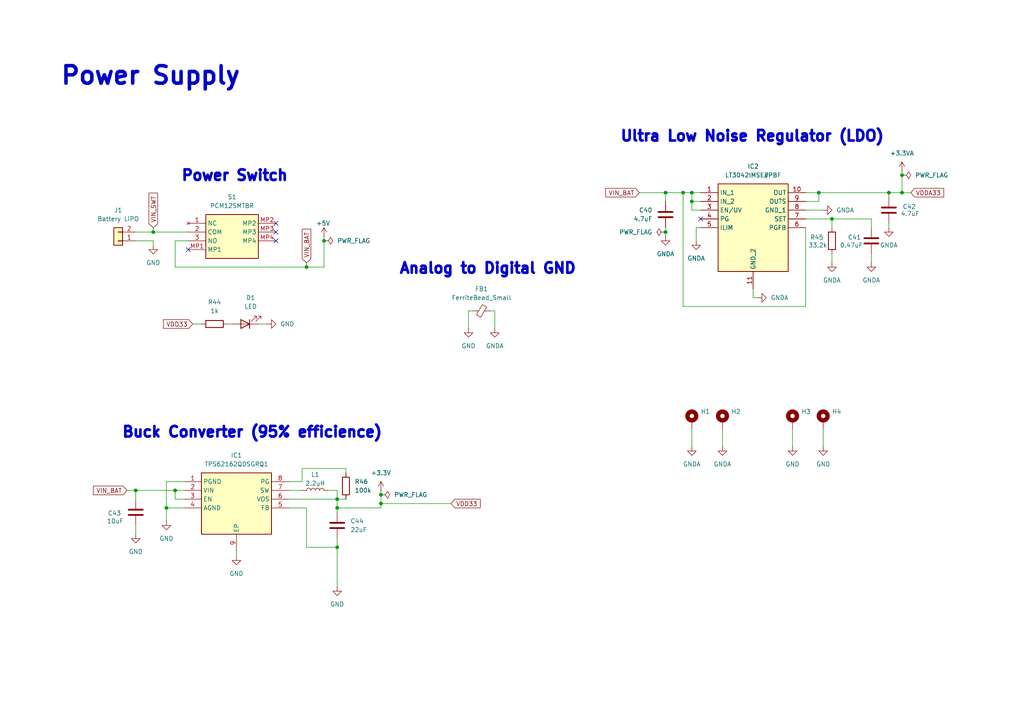
<source format=kicad_sch>
(kicad_sch (version 20231120) (generator "eeschema") (generator_version "8.0")
  (paper "A4")
  (lib_symbols
    (symbol "Connector_Generic:Conn_01x02" (pin_names (offset 1.016) hide)
      (property "Reference" "J" (at 0 2.54 0))
      (property "Value" "Conn_01x02" (at 0 -5.08 0))
      (symbol "Conn_01x02_1_1"
        (rectangle (start -1.27 -2.413) (end 0 -2.667) (stroke (width 0.1524)))
        (rectangle (start -1.27 0.127) (end 0 -0.127) (stroke (width 0.1524)))
        (rectangle (start -1.27 1.27) (end 1.27 -3.81) (stroke (width 0.254)) (fill (type background)))
        (pin passive line (at -5.08 0 0) (length 3.81) (name "Pin_1") (number "1"))
        (pin passive line (at -5.08 -2.54 0) (length 3.81) (name "Pin_2") (number "2"))
      )
    )
    (symbol "Device:C" (pin_numbers hide) (pin_names (offset 0.254))
      (property "Reference" "C" (at 0.635 2.54 0))
      (property "Value" "C" (at 0.635 -2.54 0))
      (symbol "C_0_1"
        (polyline (pts (xy -2.032 -0.762) (xy 2.032 -0.762)) (stroke (width 0.508)))
        (polyline (pts (xy -2.032 0.762) (xy 2.032 0.762)) (stroke (width 0.508)))
      )
      (symbol "C_1_1"
        (pin passive line (at 0 3.81 270) (length 2.794) (name "~") (number "1"))
        (pin passive line (at 0 -3.81 90) (length 2.794) (name "~") (number "2"))
      )
    )
    (symbol "Device:FerriteBead_Small" (pin_numbers hide) (pin_names (offset 0))
      (property "Reference" "FB" (at 1.905 1.27 0))
      (property "Value" "FerriteBead_Small" (at 1.905 -1.27 0))
      (symbol "FerriteBead_Small_0_1"
        (polyline (pts (xy 0 -1.27) (xy 0 -0.7874)))
        (polyline (pts (xy 0 0.889) (xy 0 1.2954)))
        (polyline (pts (xy -1.8288 0.2794) (xy -1.1176 1.4986) (xy 1.8288 -0.2032) (xy 1.1176 -1.4224) (xy -1.8288 0.2794)))
      )
      (symbol "FerriteBead_Small_1_1"
        (pin passive line (at 0 2.54 270) (length 1.27) (name "~") (number "1"))
        (pin passive line (at 0 -2.54 90) (length 1.27) (name "~") (number "2"))
      )
    )
    (symbol "Device:L" (pin_numbers hide) (pin_names (offset 1.016) hide)
      (property "Reference" "L" (at -1.27 0 90))
      (property "Value" "L" (at 1.905 0 90))
      (symbol "L_0_1"
        (arc (start 0 -2.54) (mid 0.6323 -1.905) (end 0 -1.27))
        (arc (start 0 -1.27) (mid 0.6323 -0.635) (end 0 0))
        (arc (start 0 0) (mid 0.6323 0.635) (end 0 1.27))
        (arc (start 0 1.27) (mid 0.6323 1.905) (end 0 2.54))
      )
      (symbol "L_1_1"
        (pin passive line (at 0 3.81 270) (length 1.27) (name "1") (number "1"))
        (pin passive line (at 0 -3.81 90) (length 1.27) (name "2") (number "2"))
      )
    )
    (symbol "Device:LED" (pin_numbers hide) (pin_names (offset 1.016) hide)
      (property "Reference" "D" (at 0 2.54 0))
      (property "Value" "LED" (at 0 -2.54 0))
      (symbol "LED_0_1"
        (polyline (pts (xy -1.27 -1.27) (xy -1.27 1.27)) (stroke (width 0.254)))
        (polyline (pts (xy -1.27 0) (xy 1.27 0)))
        (polyline (pts (xy 1.27 -1.27) (xy 1.27 1.27) (xy -1.27 0) (xy 1.27 -1.27)) (stroke (width 0.254)))
        (polyline (pts (xy -3.048 -0.762) (xy -4.572 -2.286) (xy -3.81 -2.286) (xy -4.572 -2.286) (xy -4.572 -1.524)))
        (polyline (pts (xy -1.778 -0.762) (xy -3.302 -2.286) (xy -2.54 -2.286) (xy -3.302 -2.286) (xy -3.302 -1.524)))
      )
      (symbol "LED_1_1"
        (pin passive line (at -3.81 0 0) (length 2.54) (name "K") (number "1"))
        (pin passive line (at 3.81 0 180) (length 2.54) (name "A") (number "2"))
      )
    )
    (symbol "Device:R" (pin_numbers hide) (pin_names (offset 0))
      (property "Reference" "R" (at 2.032 0 90))
      (property "Value" "R" (at 0 0 90))
      (symbol "R_0_1"
        (rectangle (start -1.016 -2.54) (end 1.016 2.54) (stroke (width 0.254)))
      )
      (symbol "R_1_1"
        (pin passive line (at 0 3.81 270) (length 1.27) (name "~") (number "1"))
        (pin passive line (at 0 -3.81 90) (length 1.27) (name "~") (number "2"))
      )
    )
    (symbol "LT3042IMSE#PBF:LT3042IMSE#PBF"
      (property "Reference" "IC" (at 26.67 7.62 0))
      (property "Value" "LT3042IMSE#PBF" (at 26.67 5.08 0))
      (symbol "LT3042IMSE#PBF_1_1"
        (rectangle (start 5.08 2.54) (end 25.4 -22.86) (stroke (width 0.254)) (fill (type background)))
        (pin passive line (at 0 0 0) (length 5.08) (name "IN_1") (number "1"))
        (pin passive line (at 30.48 0 180) (length 5.08) (name "OUT") (number "10"))
        (pin passive line (at 15.24 -27.94 90) (length 5.08) (name "GND_2") (number "11"))
        (pin passive line (at 0 -2.54 0) (length 5.08) (name "IN_2") (number "2"))
        (pin passive line (at 0 -5.08 0) (length 5.08) (name "EN/UV") (number "3"))
        (pin passive line (at 0 -7.62 0) (length 5.08) (name "PG") (number "4"))
        (pin passive line (at 0 -10.16 0) (length 5.08) (name "ILIM") (number "5"))
        (pin passive line (at 30.48 -10.16 180) (length 5.08) (name "PGFB") (number "6"))
        (pin passive line (at 30.48 -7.62 180) (length 5.08) (name "SET") (number "7"))
        (pin passive line (at 30.48 -5.08 180) (length 5.08) (name "GND_1") (number "8"))
        (pin passive line (at 30.48 -2.54 180) (length 5.08) (name "OUTS") (number "9"))
      )
    )
    (symbol "Mechanical:MountingHole_Pad" (pin_numbers hide) (pin_names (offset 1.016) hide) (exclude_from_sim yes) (in_bom no)
      (property "Reference" "H" (at 0 6.35 0))
      (property "Value" "MountingHole_Pad" (at 0 4.445 0))
      (symbol "MountingHole_Pad_0_1"
        (circle (center 0 1.27) (radius 1.27) (stroke (width 1.27)))
      )
      (symbol "MountingHole_Pad_1_1"
        (pin input line (at 0 -2.54 90) (length 2.54) (name "1") (number "1"))
      )
    )
    (symbol "PCM12SMTBR:PCM12SMTBR"
      (property "Reference" "S" (at 21.59 7.62 0))
      (property "Value" "PCM12SMTBR" (at 21.59 5.08 0))
      (symbol "PCM12SMTBR_1_1"
        (rectangle (start 5.08 2.54) (end 20.32 -10.16) (stroke (width 0.254)) (fill (type background)))
        (pin no_connect line (at 0 0 0) (length 5.08) (name "NC") (number "1"))
        (pin passive line (at 0 -2.54 0) (length 5.08) (name "COM") (number "2"))
        (pin passive line (at 0 -5.08 0) (length 5.08) (name "NO") (number "3"))
        (pin passive line (at 0 -7.62 0) (length 5.08) (name "MP1") (number "MP1"))
        (pin passive line (at 25.4 0 180) (length 5.08) (name "MP2") (number "MP2"))
        (pin passive line (at 25.4 -2.54 180) (length 5.08) (name "MP3") (number "MP3"))
        (pin passive line (at 25.4 -5.08 180) (length 5.08) (name "MP4") (number "MP4"))
      )
    )
    (symbol "TPS62162QDSGRQ1:TPS62162QDSGRQ1"
      (property "Reference" "IC" (at 26.67 7.62 0))
      (property "Value" "TPS62162QDSGRQ1" (at 26.67 5.08 0))
      (symbol "TPS62162QDSGRQ1_1_1"
        (rectangle (start 5.08 2.54) (end 25.4 -15.24) (stroke (width 0.254)) (fill (type background)))
        (pin passive line (at 0 0 0) (length 5.08) (name "PGND") (number "1"))
        (pin passive line (at 0 -2.54 0) (length 5.08) (name "VIN") (number "2"))
        (pin passive line (at 0 -5.08 0) (length 5.08) (name "EN") (number "3"))
        (pin passive line (at 0 -7.62 0) (length 5.08) (name "AGND") (number "4"))
        (pin passive line (at 30.48 -7.62 180) (length 5.08) (name "FB") (number "5"))
        (pin passive line (at 30.48 -5.08 180) (length 5.08) (name "VOS") (number "6"))
        (pin passive line (at 30.48 -2.54 180) (length 5.08) (name "SW") (number "7"))
        (pin passive line (at 30.48 0 180) (length 5.08) (name "PG") (number "8"))
        (pin passive line (at 15.24 -20.32 90) (length 5.08) (name "EP") (number "9"))
      )
    )
    (symbol "power:+3.3V" (power) (pin_numbers hide) (pin_names (offset 0) hide)
      (property "Value" "+3.3V" (at 0 3.556 0))
      (symbol "+3.3V_0_1"
        (polyline (pts (xy -0.762 1.27) (xy 0 2.54)))
        (polyline (pts (xy 0 0) (xy 0 2.54)))
        (polyline (pts (xy 0 2.54) (xy 0.762 1.27)))
      )
      (symbol "+3.3V_1_1"
        (pin power_in line (at 0 0 90) (length 0) (name "~") (number "1"))
      )
    )
    (symbol "power:+3.3VA" (power) (pin_numbers hide) (pin_names (offset 0) hide)
      (property "Value" "+3.3VA" (at 0 3.556 0))
      (symbol "+3.3VA_0_1"
        (polyline (pts (xy -0.762 1.27) (xy 0 2.54)))
        (polyline (pts (xy 0 0) (xy 0 2.54)))
        (polyline (pts (xy 0 2.54) (xy 0.762 1.27)))
      )
      (symbol "+3.3VA_1_1"
        (pin power_in line (at 0 0 90) (length 0) (name "~") (number "1"))
      )
    )
    (symbol "power:+5V" (power) (pin_numbers hide) (pin_names (offset 0) hide)
      (property "Value" "+5V" (at 0 3.556 0))
      (symbol "+5V_0_1"
        (polyline (pts (xy -0.762 1.27) (xy 0 2.54)))
        (polyline (pts (xy 0 0) (xy 0 2.54)))
        (polyline (pts (xy 0 2.54) (xy 0.762 1.27)))
      )
      (symbol "+5V_1_1"
        (pin power_in line (at 0 0 90) (length 0) (name "~") (number "1"))
      )
    )
    (symbol "power:GND" (power) (pin_numbers hide) (pin_names (offset 0) hide)
      (property "Value" "GND" (at 0 -3.81 0))
      (symbol "GND_0_1"
        (polyline (pts (xy 0 0) (xy 0 -1.27) (xy 1.27 -1.27) (xy 0 -2.54) (xy -1.27 -1.27) (xy 0 -1.27)))
      )
      (symbol "GND_1_1"
        (pin power_in line (at 0 0 270) (length 0) (name "~") (number "1"))
      )
    )
    (symbol "power:GNDA" (power) (pin_numbers hide) (pin_names (offset 0) hide)
      (property "Value" "GNDA" (at 0 -3.81 0))
      (symbol "GNDA_0_1"
        (polyline (pts (xy 0 0) (xy 0 -1.27) (xy 1.27 -1.27) (xy 0 -2.54) (xy -1.27 -1.27) (xy 0 -1.27)))
      )
      (symbol "GNDA_1_1"
        (pin power_in line (at 0 0 270) (length 0) (name "~") (number "1"))
      )
    )
    (symbol "power:PWR_FLAG" (power) (pin_numbers hide) (pin_names (offset 0) hide)
      (property "Value" "PWR_FLAG" (at 0 3.81 0))
      (symbol "PWR_FLAG_0_0"
        (pin power_out line (at 0 0 90) (length 0) (name "~") (number "1"))
      )
      (symbol "PWR_FLAG_0_1"
        (polyline (pts (xy 0 0) (xy 0 1.27) (xy -1.016 1.905) (xy 0 2.54) (xy 1.016 1.905) (xy 0 1.27)))
      )
    )
  )
  (junction (at 200.66 55.88))
  (junction (at 39.37 142.24))
  (junction (at 200.66 58.42))
  (junction (at 97.79 144.78))
  (junction (at 50.8 142.24))
  (junction (at 237.49 55.88))
  (junction (at 261.62 55.88))
  (junction (at 48.26 147.32))
  (junction (at 261.62 50.8))
  (junction (at 93.98 69.85))
  (junction (at 241.3 63.5))
  (junction (at 193.04 67.31))
  (junction (at 97.79 158.75))
  (junction (at 44.45 67.31))
  (junction (at 97.79 147.32))
  (junction (at 110.49 146.05))
  (junction (at 198.12 55.88))
  (junction (at 193.04 55.88))
  (junction (at 110.49 143.51))
  (junction (at 88.9 77.47))
  (junction (at 257.81 55.88))
  (no_connect (at 54.61 72.39))
  (no_connect (at 80.01 64.77))
  (no_connect (at 203.2 63.5))
  (no_connect (at 80.01 67.31))
  (no_connect (at 80.01 69.85))
  (wire (pts (xy 110.49 146.05) (xy 130.81 146.05)))
  (wire (pts (xy 241.3 73.66) (xy 241.3 76.2)))
  (wire (pts (xy 39.37 142.24) (xy 50.8 142.24)))
  (wire (pts (xy 100.33 135.89) (xy 100.33 137.16)))
  (wire (pts (xy 97.79 147.32) (xy 110.49 147.32)))
  (wire (pts (xy 233.68 63.5) (xy 241.3 63.5)))
  (wire (pts (xy 68.58 160.02) (xy 68.58 161.29)))
  (wire (pts (xy 87.63 135.89) (xy 100.33 135.89)))
  (wire (pts (xy 143.51 90.17) (xy 142.24 90.17)))
  (wire (pts (xy 44.45 69.85) (xy 39.37 69.85)))
  (wire (pts (xy 97.79 144.78) (xy 100.33 144.78)))
  (wire (pts (xy 200.66 60.96) (xy 200.66 58.42)))
  (wire (pts (xy 83.82 144.78) (xy 97.79 144.78)))
  (wire (pts (xy 193.04 55.88) (xy 198.12 55.88)))
  (wire (pts (xy 48.26 147.32) (xy 48.26 151.13)))
  (wire (pts (xy 261.62 55.88) (xy 264.16 55.88)))
  (wire (pts (xy 88.9 147.32) (xy 88.9 158.75)))
  (wire (pts (xy 143.51 95.25) (xy 143.51 90.17)))
  (wire (pts (xy 201.93 69.85) (xy 201.93 66.04)))
  (wire (pts (xy 257.81 55.88) (xy 257.81 57.15)))
  (wire (pts (xy 53.34 139.7) (xy 48.26 139.7)))
  (wire (pts (xy 93.98 69.85) (xy 93.98 77.47)))
  (wire (pts (xy 48.26 147.32) (xy 53.34 147.32)))
  (wire (pts (xy 110.49 142.24) (xy 110.49 143.51)))
  (wire (pts (xy 200.66 55.88) (xy 203.2 55.88)))
  (wire (pts (xy 50.8 69.85) (xy 50.8 77.47)))
  (wire (pts (xy 201.93 66.04) (xy 203.2 66.04)))
  (wire (pts (xy 88.9 76.2) (xy 88.9 77.47)))
  (wire (pts (xy 198.12 55.88) (xy 200.66 55.88)))
  (wire (pts (xy 193.04 66.04) (xy 193.04 67.31)))
  (wire (pts (xy 97.79 147.32) (xy 97.79 148.59)))
  (wire (pts (xy 241.3 63.5) (xy 241.3 66.04)))
  (wire (pts (xy 237.49 55.88) (xy 257.81 55.88)))
  (wire (pts (xy 261.62 49.53) (xy 261.62 50.8)))
  (wire (pts (xy 200.66 58.42) (xy 203.2 58.42)))
  (wire (pts (xy 87.63 139.7) (xy 87.63 135.89)))
  (wire (pts (xy 198.12 88.9) (xy 198.12 55.88)))
  (wire (pts (xy 44.45 71.12) (xy 44.45 69.85)))
  (wire (pts (xy 97.79 158.75) (xy 97.79 170.18)))
  (wire (pts (xy 185.42 55.88) (xy 193.04 55.88)))
  (wire (pts (xy 241.3 63.5) (xy 252.73 63.5)))
  (wire (pts (xy 233.68 66.04) (xy 233.68 88.9)))
  (wire (pts (xy 209.55 129.54) (xy 209.55 124.46)))
  (wire (pts (xy 39.37 152.4) (xy 39.37 154.94)))
  (wire (pts (xy 219.71 86.36) (xy 218.44 86.36)))
  (wire (pts (xy 48.26 139.7) (xy 48.26 147.32)))
  (wire (pts (xy 233.68 60.96) (xy 238.76 60.96)))
  (wire (pts (xy 233.68 88.9) (xy 198.12 88.9)))
  (wire (pts (xy 135.89 90.17) (xy 137.16 90.17)))
  (wire (pts (xy 237.49 55.88) (xy 233.68 55.88)))
  (wire (pts (xy 77.47 93.98) (xy 74.93 93.98)))
  (wire (pts (xy 97.79 158.75) (xy 97.79 156.21)))
  (wire (pts (xy 110.49 146.05) (xy 110.49 147.32)))
  (wire (pts (xy 50.8 144.78) (xy 50.8 142.24)))
  (wire (pts (xy 83.82 142.24) (xy 87.63 142.24)))
  (wire (pts (xy 110.49 143.51) (xy 110.49 146.05)))
  (wire (pts (xy 238.76 129.54) (xy 238.76 124.46)))
  (wire (pts (xy 53.34 144.78) (xy 50.8 144.78)))
  (wire (pts (xy 39.37 144.78) (xy 39.37 142.24)))
  (wire (pts (xy 66.04 93.98) (xy 67.31 93.98)))
  (wire (pts (xy 88.9 158.75) (xy 97.79 158.75)))
  (wire (pts (xy 54.61 69.85) (xy 50.8 69.85)))
  (wire (pts (xy 203.2 60.96) (xy 200.66 60.96)))
  (wire (pts (xy 44.45 66.04) (xy 44.45 67.31)))
  (wire (pts (xy 200.66 58.42) (xy 200.66 55.88)))
  (wire (pts (xy 237.49 55.88) (xy 237.49 58.42)))
  (wire (pts (xy 50.8 77.47) (xy 88.9 77.47)))
  (wire (pts (xy 193.04 58.42) (xy 193.04 55.88)))
  (wire (pts (xy 233.68 58.42) (xy 237.49 58.42)))
  (wire (pts (xy 44.45 67.31) (xy 54.61 67.31)))
  (wire (pts (xy 252.73 66.04) (xy 252.73 63.5)))
  (wire (pts (xy 83.82 139.7) (xy 87.63 139.7)))
  (wire (pts (xy 55.88 93.98) (xy 58.42 93.98)))
  (wire (pts (xy 93.98 68.58) (xy 93.98 69.85)))
  (wire (pts (xy 95.25 142.24) (xy 97.79 142.24)))
  (wire (pts (xy 97.79 144.78) (xy 97.79 147.32)))
  (wire (pts (xy 83.82 147.32) (xy 88.9 147.32)))
  (wire (pts (xy 88.9 77.47) (xy 93.98 77.47)))
  (wire (pts (xy 257.81 55.88) (xy 261.62 55.88)))
  (wire (pts (xy 218.44 86.36) (xy 218.44 83.82)))
  (wire (pts (xy 36.83 142.24) (xy 39.37 142.24)))
  (wire (pts (xy 50.8 142.24) (xy 53.34 142.24)))
  (wire (pts (xy 200.66 124.46) (xy 200.66 129.54)))
  (wire (pts (xy 97.79 142.24) (xy 97.79 144.78)))
  (wire (pts (xy 261.62 50.8) (xy 261.62 55.88)))
  (wire (pts (xy 257.81 64.77) (xy 257.81 66.04)))
  (wire (pts (xy 39.37 67.31) (xy 44.45 67.31)))
  (wire (pts (xy 135.89 95.25) (xy 135.89 90.17)))
  (wire (pts (xy 252.73 73.66) (xy 252.73 76.2)))
  (wire (pts (xy 229.87 129.54) (xy 229.87 124.46)))
  (wire (pts (xy 193.04 67.31) (xy 193.04 68.58)))
  (text "Power Supply\n\n" (at 43.688 26.162 0) (effects (font (size 5.08 5.08) (thickness 1.016) (bold yes))))
  (text "Buck Converter (95% efficience)\n" (at 73.152 125.476 0) (effects (font (size 3.048 3.048) (thickness 1.016) (bold yes))))
  (text "Power Switch" (at 68.072 51.054 0) (effects (font (size 3.048 3.048) (thickness 1.016) (bold yes))))
  (text "Analog to Digital GND\n" (at 141.478 77.978 0) (effects (font (size 3.048 3.048) (thickness 1.016) (bold yes))))
  (text "Ultra Low Noise Regulator (LDO)\n" (at 218.186 39.624 0) (effects (font (size 3.048 3.048) (thickness 1.016) (bold yes))))
  (global_label "VIN_BAT" (shape input) (at 36.83 142.24 180) (property "Intersheetrefs" "${INTERSHEET_REFS}" (effects (hide yes))))
  (global_label "VIN_SWT" (shape input) (at 44.45 66.04 90) (property "Intersheetrefs" "${INTERSHEET_REFS}" (effects (hide yes))))
  (global_label "VDD33" (shape input) (at 130.81 146.05 0) (property "Intersheetrefs" "${INTERSHEET_REFS}" (effects (hide yes))))
  (global_label "VIN_BAT" (shape input) (at 185.42 55.88 180) (property "Intersheetrefs" "${INTERSHEET_REFS}" (effects (hide yes))))
  (global_label "VDD33" (shape input) (at 55.88 93.98 180) (property "Intersheetrefs" "${INTERSHEET_REFS}" (effects (hide yes))))
  (global_label "VDDA33" (shape input) (at 264.16 55.88 0) (property "Intersheetrefs" "${INTERSHEET_REFS}" (effects (hide yes))))
  (global_label "VIN_BAT" (shape input) (at 88.9 76.2 90) (property "Intersheetrefs" "${INTERSHEET_REFS}" (effects (hide yes))))
  (symbol (lib_id "power:GND") (at 44.45 71.12 0) (unit 1)
    (property "Reference" "#PWR6" (effects (hide yes)))
    (property "Value" "GND" (at 44.45 76.2 0))
    (property "Description" "Power symbol creates a global label with name \"GND\" , ground" (effects (hide yes)))
  )
  (symbol (lib_id "Device:C") (at 193.04 62.23 0) (unit 1)
    (property "Reference" "C40" (at 189.23 60.9599 0) (effects (justify right)))
    (property "Value" "4.7uF" (at 189.23 63.4999 0) (effects (justify right)))
    (property "Footprint" "Capacitor_SMD:C_0603_1608Metric" (effects (hide yes)))
    (property "Description" "Unpolarized capacitor" (effects (hide yes)))
  )
  (symbol (lib_id "power:GNDA") (at 209.55 129.54 0) (unit 1)
    (property "Reference" "#PWR43" (effects (hide yes)))
    (property "Value" "GNDA" (at 209.55 134.62 0))
    (property "Description" "Power symbol creates a global label with name \"GNDA\" , analog ground" (effects (hide yes)))
  )
  (symbol (lib_id "power:GNDA") (at 143.51 95.25 0) (unit 1)
    (property "Reference" "#PWR95" (effects (hide yes)))
    (property "Value" "GNDA" (at 143.51 100.33 0))
    (property "Description" "Power symbol creates a global label with name \"GNDA\" , analog ground" (effects (hide yes)))
  )
  (symbol (lib_id "power:GND") (at 77.47 93.98 90) (unit 1)
    (property "Reference" "#PWR96" (effects (hide yes)))
    (property "Value" "GND" (at 81.28 93.9799 90) (effects (justify right)))
    (property "Description" "Power symbol creates a global label with name \"GND\" , ground" (effects (hide yes)))
  )
  (symbol (lib_id "Device:LED") (at 71.12 93.98 180) (unit 1)
    (property "Reference" "D1" (at 72.7075 86.36 0))
    (property "Value" "LED" (at 72.7075 88.9 0))
    (property "Footprint" "LED_SMD:LED_0402_1005Metric" (effects (hide yes)))
    (property "Description" "Light emitting diode" (effects (hide yes)))
  )
  (symbol (lib_id "power:GNDA") (at 200.66 129.54 0) (unit 1)
    (property "Reference" "#PWR38" (effects (hide yes)))
    (property "Value" "GNDA" (at 200.66 134.62 0))
    (property "Description" "Power symbol creates a global label with name \"GNDA\" , analog ground" (effects (hide yes)))
  )
  (symbol (lib_id "power:GND") (at 135.89 95.25 0) (unit 1)
    (property "Reference" "#PWR94" (effects (hide yes)))
    (property "Value" "GND" (at 135.89 100.33 0))
    (property "Description" "Power symbol creates a global label with name \"GND\" , ground" (effects (hide yes)))
  )
  (symbol (lib_id "Device:C") (at 97.79 152.4 0) (unit 1)
    (property "Reference" "C44" (at 101.6 151.1299 0) (effects (justify left)))
    (property "Value" "22uF" (at 101.6 153.6699 0) (effects (justify left)))
    (property "Footprint" "Capacitor_SMD:C_0603_1608Metric" (effects (hide yes)))
    (property "Description" "Unpolarized capacitor" (effects (hide yes)))
  )
  (symbol (lib_id "LT3042IMSE#PBF:LT3042IMSE#PBF") (at 203.2 55.88 0) (unit 1)
    (property "Reference" "IC2" (at 218.44 48.26 0))
    (property "Value" "LT3042IMSE#PBF" (at 218.44 50.8 0))
    (property "Footprint" "lt3042:SOP50P490X110-11N" (effects (hide yes)))
    (property "Datasheet" "https://www.analog.com/media/en/technical-documentation/data-sheets/3042fb.pdf" (effects (hide yes)))
    (property "Description" "LINEAR TECHNOLOGY - LT3042IMSE#PBF - LDO, ADJ, 0.2A, 0V-15V, MSOP-10" (effects (hide yes)))
    (property "Height" "1.1" (effects (hide yes)))
    (property "Mouser Part Number" "584-LT3042IMSE#PBF" (effects (hide yes)))
    (property "Mouser Price/Stock" "https://www.mouser.co.uk/ProductDetail/Analog-Devices/LT3042IMSEPBF?qs=oahfZPh6IAKNLbWsEo0jgA%3D%3D" (effects (hide yes)))
    (property "Manufacturer_Name" "Analog Devices" (effects (hide yes)))
    (property "Manufacturer_Part_Number" "LT3042IMSE#PBF" (effects (hide yes)))
  )
  (symbol (lib_id "Device:R") (at 100.33 140.97 0) (unit 1)
    (property "Reference" "R46" (at 102.87 139.6999 0) (effects (justify left)))
    (property "Value" "100k" (at 102.87 142.2399 0) (effects (justify left)))
    (property "Footprint" "Resistor_SMD:R_0402_1005Metric" (effects (hide yes)))
    (property "Description" "Resistor" (effects (hide yes)))
  )
  (symbol (lib_id "power:GNDA") (at 241.3 76.2 0) (unit 1)
    (property "Reference" "#PWR67" (effects (hide yes)))
    (property "Value" "GNDA" (at 241.3 81.28 0))
    (property "Description" "Power symbol creates a global label with name \"GNDA\" , analog ground" (effects (hide yes)))
  )
  (symbol (lib_id "power:GNDA") (at 252.73 76.2 0) (unit 1)
    (property "Reference" "#PWR90" (effects (hide yes)))
    (property "Value" "GNDA" (at 252.73 81.28 0))
    (property "Description" "Power symbol creates a global label with name \"GNDA\" , analog ground" (effects (hide yes)))
  )
  (symbol (lib_id "power:GNDA") (at 238.76 60.96 90) (unit 1)
    (property "Reference" "#PWR55" (effects (hide yes)))
    (property "Value" "GNDA" (at 242.57 60.9599 90) (effects (justify right)))
    (property "Description" "Power symbol creates a global label with name \"GNDA\" , analog ground" (effects (hide yes)))
  )
  (symbol (lib_id "TPS62162QDSGRQ1:TPS62162QDSGRQ1") (at 53.34 139.7 0) (unit 1)
    (property "Reference" "IC1" (at 68.58 132.08 0))
    (property "Value" "TPS62162QDSGRQ1" (at 68.58 134.62 0))
    (property "Footprint" "tps62162:SON50P200X200X80-9N" (effects (hide yes)))
    (property "Datasheet" "http://www.ti.com/lit/gpn/tps62162-q1" (effects (hide yes)))
    (property "Description" "3V-17V 1A Automotive Step-Down Converters in 2x2SON" (effects (hide yes)))
    (property "Height" "0.8" (effects (hide yes)))
    (property "Mouser Part Number" "595-TPS62162QDSGRQ1" (effects (hide yes)))
    (property "Mouser Price/Stock" "https://www.mouser.co.uk/ProductDetail/Texas-Instruments/TPS62162QDSGRQ1?qs=0C8XhJW8e4rVLd1nKCarhQ%3D%3D" (effects (hide yes)))
    (property "Manufacturer_Name" "Texas Instruments" (effects (hide yes)))
    (property "Manufacturer_Part_Number" "TPS62162QDSGRQ1" (effects (hide yes)))
  )
  (symbol (lib_id "power:+3.3V") (at 110.49 142.24 0) (unit 1)
    (property "Reference" "#PWR92" (effects (hide yes)))
    (property "Value" "+3.3V" (at 110.49 137.16 0))
    (property "Description" "Power symbol creates a global label with name \"+3.3V\"" (effects (hide yes)))
  )
  (symbol (lib_id "Mechanical:MountingHole_Pad") (at 229.87 121.92 0) (unit 1) (exclude_from_sim yes) (in_bom no)
    (property "Reference" "H3" (at 232.41 119.3799 0) (effects (justify left)))
    (property "Value" "MountingHole_Pad" (effects (hide yes)))
    (property "Footprint" "MountingHole:MountingHole_2.2mm_M2_DIN965_Pad" (effects (hide yes)))
    (property "Description" "Mounting Hole with connection" (effects (hide yes)))
  )
  (symbol (lib_id "Device:R") (at 62.23 93.98 90) (unit 1)
    (property "Reference" "R44" (at 62.23 87.63 90))
    (property "Value" "1k" (at 62.23 90.17 90))
    (property "Footprint" "Resistor_SMD:R_0402_1005Metric" (effects (hide yes)))
    (property "Description" "Resistor" (effects (hide yes)))
  )
  (symbol (lib_id "power:GNDA") (at 201.93 69.85 0) (unit 1)
    (property "Reference" "#PWR7" (effects (hide yes)))
    (property "Value" "GNDA" (at 201.93 74.93 0))
    (property "Description" "Power symbol creates a global label with name \"GNDA\" , analog ground" (effects (hide yes)))
  )
  (symbol (lib_id "Mechanical:MountingHole_Pad") (at 200.66 121.92 0) (unit 1) (exclude_from_sim yes) (in_bom no)
    (property "Reference" "H1" (at 203.2 119.3799 0) (effects (justify left)))
    (property "Value" "MountingHole_Pad" (effects (hide yes)))
    (property "Footprint" "MountingHole:MountingHole_2.2mm_M2_DIN965_Pad" (effects (hide yes)))
    (property "Description" "Mounting Hole with connection" (effects (hide yes)))
  )
  (symbol (lib_id "Mechanical:MountingHole_Pad") (at 209.55 121.92 0) (unit 1) (exclude_from_sim yes) (in_bom no)
    (property "Reference" "H2" (at 212.09 119.3799 0) (effects (justify left)))
    (property "Value" "MountingHole_Pad" (effects (hide yes)))
    (property "Footprint" "MountingHole:MountingHole_2.2mm_M2_DIN965_Pad" (effects (hide yes)))
    (property "Description" "Mounting Hole with connection" (effects (hide yes)))
  )
  (symbol (lib_id "power:GNDA") (at 219.71 86.36 90) (unit 1)
    (property "Reference" "#PWR10" (effects (hide yes)))
    (property "Value" "GNDA" (at 223.52 86.3599 90) (effects (justify right)))
    (property "Description" "Power symbol creates a global label with name \"GNDA\" , analog ground" (effects (hide yes)))
  )
  (symbol (lib_id "PCM12SMTBR:PCM12SMTBR") (at 54.61 64.77 0) (unit 1)
    (property "Reference" "S1" (at 67.31 57.15 0))
    (property "Value" "PCM12SMTBR" (at 67.31 59.69 0))
    (property "Footprint" "sw_tactile:PCM12SMTBR" (effects (hide yes)))
    (property "Datasheet" "https://www.ckswitches.com/media/1424/pcm.pdf" (effects (hide yes)))
    (property "Description" "Slide Switch SPDT Surface Mount, Right Angle" (effects (hide yes)))
    (property "Height" "1.4" (effects (hide yes)))
    (property "Mouser Part Number" "611-PCM12SMTBR" (effects (hide yes)))
    (property "Mouser Price/Stock" "https://www.mouser.co.uk/ProductDetail/CK/PCM12SMTBR?qs=By6Nw2ByBD1OEOnWcdZb2g%3D%3D" (effects (hide yes)))
    (property "Manufacturer_Name" "C & K COMPONENTS" (effects (hide yes)))
    (property "Manufacturer_Part_Number" "PCM12SMTBR" (effects (hide yes)))
  )
  (symbol (lib_id "power:PWR_FLAG") (at 110.49 143.51 270) (unit 1)
    (property "Reference" "#FLG3" (effects (hide yes)))
    (property "Value" "PWR_FLAG" (at 114.3 143.5099 90) (effects (justify left)))
    (property "Description" "Special symbol for telling ERC where power comes from" (effects (hide yes)))
  )
  (symbol (lib_id "power:GND") (at 97.79 170.18 0) (unit 1)
    (property "Reference" "#PWR68" (effects (hide yes)))
    (property "Value" "GND" (at 97.79 175.26 0))
    (property "Description" "Power symbol creates a global label with name \"GND\" , ground" (effects (hide yes)))
  )
  (symbol (lib_id "power:+3.3VA") (at 261.62 49.53 0) (unit 1)
    (property "Reference" "#PWR93" (effects (hide yes)))
    (property "Value" "+3.3VA" (at 261.62 44.45 0))
    (property "Description" "Power symbol creates a global label with name \"+3.3VA\"" (effects (hide yes)))
  )
  (symbol (lib_id "power:GNDA") (at 193.04 68.58 0) (unit 1)
    (property "Reference" "#PWR2" (effects (hide yes)))
    (property "Value" "GNDA" (at 193.04 73.66 0))
    (property "Description" "Power symbol creates a global label with name \"GNDA\" , analog ground" (effects (hide yes)))
  )
  (symbol (lib_id "power:GND") (at 39.37 154.94 0) (unit 1)
    (property "Reference" "#PWR1" (effects (hide yes)))
    (property "Value" "GND" (at 39.37 160.02 0))
    (property "Description" "Power symbol creates a global label with name \"GND\" , ground" (effects (hide yes)))
  )
  (symbol (lib_id "power:GND") (at 48.26 151.13 0) (unit 1)
    (property "Reference" "#PWR4" (effects (hide yes)))
    (property "Value" "GND" (at 48.26 156.21 0))
    (property "Description" "Power symbol creates a global label with name \"GND\" , ground" (effects (hide yes)))
  )
  (symbol (lib_id "power:GND") (at 68.58 161.29 0) (unit 1)
    (property "Reference" "#PWR9" (effects (hide yes)))
    (property "Value" "GND" (at 68.58 166.37 0))
    (property "Description" "Power symbol creates a global label with name \"GND\" , ground" (effects (hide yes)))
  )
  (symbol (lib_id "Device:FerriteBead_Small") (at 139.7 90.17 90) (unit 1)
    (property "Reference" "FB1" (at 139.6619 83.82 90))
    (property "Value" "FerriteBead_Small" (at 139.6619 86.36 90))
    (property "Footprint" "ferritebead:BEADC1005X55N" (effects (hide yes)))
    (property "Description" "Ferrite bead, small symbol" (effects (hide yes)))
  )
  (symbol (lib_id "power:+5V") (at 93.98 68.58 0) (unit 1)
    (property "Reference" "#PWR69" (effects (hide yes)))
    (property "Value" "+5V" (at 93.726 64.77 0))
    (property "Description" "Power symbol creates a global label with name \"+5V\"" (effects (hide yes)))
  )
  (symbol (lib_id "Device:L") (at 91.44 142.24 90) (unit 1)
    (property "Reference" "L1" (at 91.44 137.668 90))
    (property "Value" "2.2uH" (at 91.44 140.208 90))
    (property "Footprint" "Inductor_SMD:L_0402_1005Metric" (effects (hide yes)))
    (property "Description" "Inductor" (effects (hide yes)))
  )
  (symbol (lib_id "power:GND") (at 238.76 129.54 0) (unit 1)
    (property "Reference" "#PWR59" (effects (hide yes)))
    (property "Value" "GND" (at 238.76 134.62 0))
    (property "Description" "Power symbol creates a global label with name \"GND\" , ground" (effects (hide yes)))
  )
  (symbol (lib_id "power:PWR_FLAG") (at 93.98 69.85 270) (unit 1)
    (property "Reference" "#FLG2" (effects (hide yes)))
    (property "Value" "PWR_FLAG" (at 97.79 69.8499 90) (effects (justify left)))
    (property "Description" "Special symbol for telling ERC where power comes from" (effects (hide yes)))
  )
  (symbol (lib_id "Device:C") (at 257.81 60.96 0) (unit 1)
    (property "Reference" "C42" (at 265.684 59.944 0) (effects (justify right)))
    (property "Value" "4.7uF" (at 266.7 61.976 0) (effects (justify right)))
    (property "Footprint" "Capacitor_SMD:C_0603_1608Metric" (effects (hide yes)))
    (property "Description" "Unpolarized capacitor" (effects (hide yes)))
  )
  (symbol (lib_id "Device:C") (at 252.73 69.85 0) (unit 1)
    (property "Reference" "C41" (at 245.872 68.834 0) (effects (justify left)))
    (property "Value" "0.47uF" (at 243.586 71.12 0) (effects (justify left)))
    (property "Footprint" "Capacitor_SMD:C_0402_1005Metric" (effects (hide yes)))
    (property "Description" "Unpolarized capacitor" (effects (hide yes)))
  )
  (symbol (lib_id "Connector_Generic:Conn_01x02") (at 34.29 69.85 180) (unit 1)
    (property "Reference" "J1" (at 34.29 60.96 0))
    (property "Value" "Battery LiPO" (at 34.29 63.5 0))
    (property "Footprint" "Connector_PinHeader_2.54mm:PinHeader_1x02_P2.54mm_Vertical" (effects (hide yes)))
    (property "Description" "Generic connector, single row, 01x02, script generated (kicad-library-utils/schlib/autogen/connector/)" (effects (hide yes)))
  )
  (symbol (lib_id "power:PWR_FLAG") (at 261.62 50.8 270) (unit 1)
    (property "Reference" "#FLG4" (effects (hide yes)))
    (property "Value" "PWR_FLAG" (at 265.43 50.7999 90) (effects (justify left)))
    (property "Description" "Special symbol for telling ERC where power comes from" (effects (hide yes)))
  )
  (symbol (lib_id "Device:R") (at 241.3 69.85 0) (unit 1)
    (property "Reference" "R45" (at 234.95 68.834 0) (effects (justify left)))
    (property "Value" "33.2k" (at 234.442 71.12 0) (effects (justify left)))
    (property "Footprint" "Resistor_SMD:R_0402_1005Metric" (effects (hide yes)))
    (property "Description" "Resistor" (effects (hide yes)))
  )
  (symbol (lib_id "Device:C") (at 39.37 148.59 0) (unit 1)
    (property "Reference" "C43" (at 31.242 148.844 0) (effects (justify left)))
    (property "Value" "10uF" (at 30.988 151.13 0) (effects (justify left)))
    (property "Footprint" "Capacitor_SMD:C_0603_1608Metric" (effects (hide yes)))
    (property "Description" "Unpolarized capacitor" (effects (hide yes)))
  )
  (symbol (lib_id "power:GNDA") (at 257.81 66.04 0) (unit 1)
    (property "Reference" "#PWR91" (effects (hide yes)))
    (property "Value" "GNDA" (at 257.81 71.12 0))
    (property "Description" "Power symbol creates a global label with name \"GNDA\" , analog ground" (effects (hide yes)))
  )
  (symbol (lib_id "Mechanical:MountingHole_Pad") (at 238.76 121.92 0) (unit 1) (exclude_from_sim yes) (in_bom no)
    (property "Reference" "H4" (at 241.3 119.3799 0) (effects (justify left)))
    (property "Value" "MountingHole_Pad" (effects (hide yes)))
    (property "Footprint" "MountingHole:MountingHole_2.2mm_M2_DIN965_Pad" (effects (hide yes)))
    (property "Description" "Mounting Hole with connection" (effects (hide yes)))
  )
  (symbol (lib_id "power:GND") (at 229.87 129.54 0) (unit 1)
    (property "Reference" "#PWR51" (effects (hide yes)))
    (property "Value" "GND" (at 229.87 134.62 0))
    (property "Description" "Power symbol creates a global label with name \"GND\" , ground" (effects (hide yes)))
  )
  (symbol (lib_id "power:PWR_FLAG") (at 193.04 67.31 90) (unit 1)
    (property "Reference" "#FLG1" (effects (hide yes)))
    (property "Value" "PWR_FLAG" (at 189.23 67.3099 90) (effects (justify left)))
    (property "Description" "Special symbol for telling ERC where power comes from" (effects (hide yes)))
  )
)
</source>
